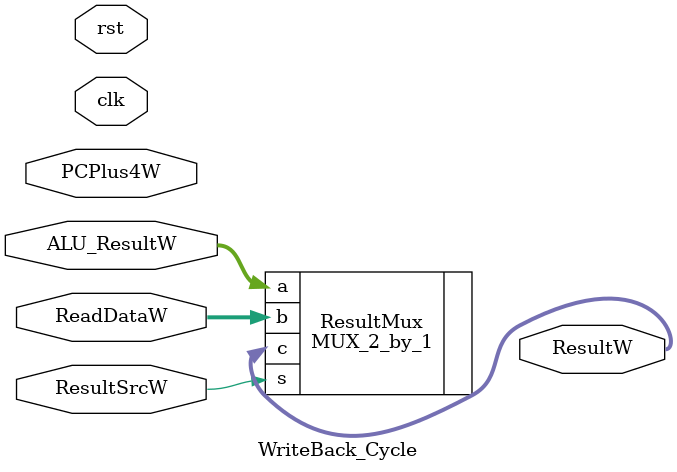
<source format=v>

`timescale 1ns / 1ps


`include "MUX_2_by_1.v"

module WriteBack_Cycle(
    input clk, rst, ResultSrcW,
    input [31:0] PCPlus4W, ALU_ResultW, ReadDataW,
    
    output [31:0] ResultW
    );

    MUX_2_by_1 ResultMux(
        .a(ALU_ResultW),
        .b(ReadDataW),
        .s(ResultSrcW),
        .c(ResultW)
    );
         
endmodule























</source>
